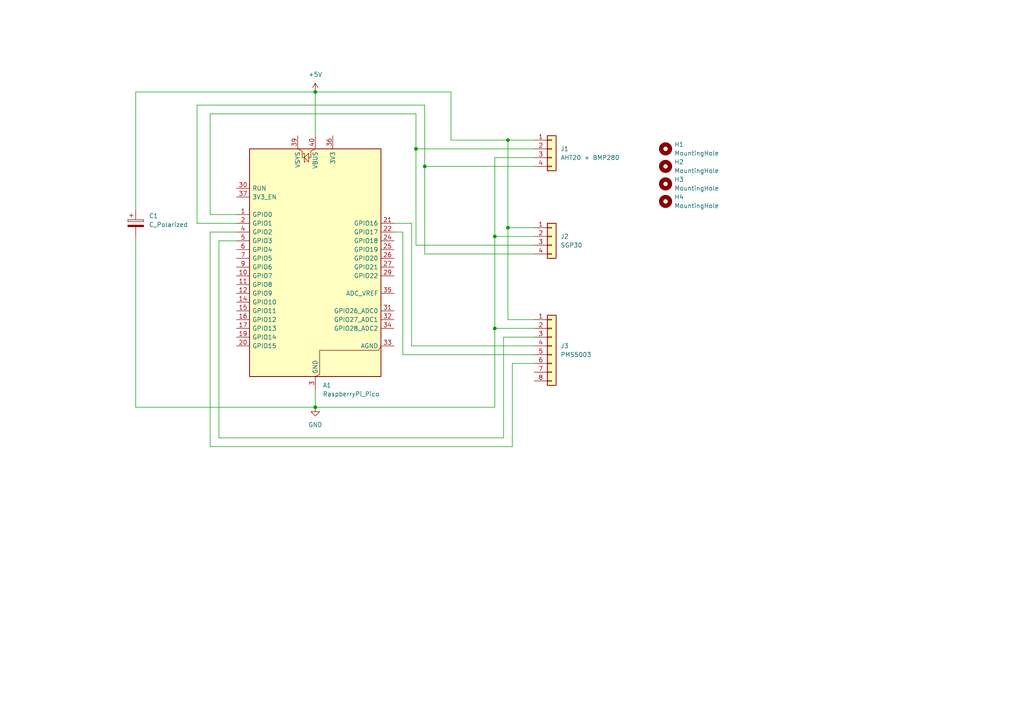
<source format=kicad_sch>
(kicad_sch (version 20250114) (generator "eeschema") (generator_version "9.0")
  (paper "A4")
  (lib_symbols
    (symbol "Conn_01x04_1" (pin_names (offset 1.016) (hide yes))
      (property "Reference" "J" (at 0 5.08 0))
      (property "Value" "Conn_01x04" (at 0 -7.62 0))
      (symbol "Conn_01x04_1_1_1"
        (rectangle (start -1.27 3.81) (end 1.27 -6.35) (stroke (width 0.254)) (fill (type background)))
        (rectangle (start -1.27 2.667) (end 0 2.413) (stroke (width 0.1524)))
        (rectangle (start -1.27 0.127) (end 0 -0.127) (stroke (width 0.1524)))
        (rectangle (start -1.27 -2.413) (end 0 -2.667) (stroke (width 0.1524)))
        (rectangle (start -1.27 -4.953) (end 0 -5.207) (stroke (width 0.1524)))
        (pin passive line (at -5.08 2.54 0) (length 3.81) (name "Pin_1") (number "1"))
        (pin passive line (at -5.08 0 0) (length 3.81) (name "Pin_2") (number "2"))
        (pin passive line (at -5.08 -2.54 0) (length 3.81) (name "Pin_3") (number "3"))
        (pin passive line (at -5.08 -5.08 0) (length 3.81) (name "Pin_4") (number "4"))
      )
    )
    (symbol "Connector_Generic:Conn_01x04" (pin_names (offset 1.016) (hide yes))
      (property "Reference" "J" (at 0 5.08 0))
      (property "Value" "Conn_01x04" (at 0 -7.62 0))
      (symbol "Conn_01x04_1_1"
        (rectangle (start -1.27 3.81) (end 1.27 -6.35) (stroke (width 0.254)) (fill (type background)))
        (rectangle (start -1.27 2.667) (end 0 2.413) (stroke (width 0.1524)))
        (rectangle (start -1.27 0.127) (end 0 -0.127) (stroke (width 0.1524)))
        (rectangle (start -1.27 -2.413) (end 0 -2.667) (stroke (width 0.1524)))
        (rectangle (start -1.27 -4.953) (end 0 -5.207) (stroke (width 0.1524)))
        (pin passive line (at -5.08 2.54 0) (length 3.81) (name "Pin_1") (number "1"))
        (pin passive line (at -5.08 0 0) (length 3.81) (name "Pin_2") (number "2"))
        (pin passive line (at -5.08 -2.54 0) (length 3.81) (name "Pin_3") (number "3"))
        (pin passive line (at -5.08 -5.08 0) (length 3.81) (name "Pin_4") (number "4"))
      )
    )
    (symbol "Connector_Generic:Conn_01x08" (pin_names (offset 1.016) (hide yes))
      (property "Reference" "J" (at 0 10.16 0))
      (property "Value" "Conn_01x08" (at 0 -12.7 0))
      (symbol "Conn_01x08_1_1"
        (rectangle (start -1.27 8.89) (end 1.27 -11.43) (stroke (width 0.254)) (fill (type background)))
        (rectangle (start -1.27 7.747) (end 0 7.493) (stroke (width 0.1524)))
        (rectangle (start -1.27 5.207) (end 0 4.953) (stroke (width 0.1524)))
        (rectangle (start -1.27 2.667) (end 0 2.413) (stroke (width 0.1524)))
        (rectangle (start -1.27 0.127) (end 0 -0.127) (stroke (width 0.1524)))
        (rectangle (start -1.27 -2.413) (end 0 -2.667) (stroke (width 0.1524)))
        (rectangle (start -1.27 -4.953) (end 0 -5.207) (stroke (width 0.1524)))
        (rectangle (start -1.27 -7.493) (end 0 -7.747) (stroke (width 0.1524)))
        (rectangle (start -1.27 -10.033) (end 0 -10.287) (stroke (width 0.1524)))
        (pin passive line (at -5.08 7.62 0) (length 3.81) (name "Pin_1") (number "1"))
        (pin passive line (at -5.08 5.08 0) (length 3.81) (name "Pin_2") (number "2"))
        (pin passive line (at -5.08 2.54 0) (length 3.81) (name "Pin_3") (number "3"))
        (pin passive line (at -5.08 0 0) (length 3.81) (name "Pin_4") (number "4"))
        (pin passive line (at -5.08 -2.54 0) (length 3.81) (name "Pin_5") (number "5"))
        (pin passive line (at -5.08 -5.08 0) (length 3.81) (name "Pin_6") (number "6"))
        (pin passive line (at -5.08 -7.62 0) (length 3.81) (name "Pin_7") (number "7"))
        (pin passive line (at -5.08 -10.16 0) (length 3.81) (name "Pin_8") (number "8"))
      )
    )
    (symbol "Device:C_Polarized" (pin_numbers (hide yes)) (pin_names (offset 0.254))
      (property "Reference" "C" (at 0.635 2.54 0))
      (property "Value" "C_Polarized" (at 0.635 -2.54 0))
      (symbol "C_Polarized_0_1"
        (rectangle (start -2.286 0.508) (end 2.286 1.016))
        (polyline (pts (xy -1.778 2.286) (xy -0.762 2.286)))
        (polyline (pts (xy -1.27 2.794) (xy -1.27 1.778)))
        (rectangle (start 2.286 -0.508) (end -2.286 -1.016) (fill (type outline)))
      )
      (symbol "C_Polarized_1_1"
        (pin passive line (at 0 3.81 270) (length 2.794) (name "~") (number "1"))
        (pin passive line (at 0 -3.81 90) (length 2.794) (name "~") (number "2"))
      )
    )
    (symbol "MCU_Module:RaspberryPi_Pico" (pin_names (offset 0.762))
      (property "Reference" "A" (at -19.05 35.56 0))
      (property "Value" "RaspberryPi_Pico" (at 7.62 35.56 0))
      (symbol "RaspberryPi_Pico_0_1"
        (rectangle (start -19.05 34.29) (end 19.05 -31.75) (stroke (width 0.254)) (fill (type background)))
        (polyline (pts (xy -5.08 34.29) (xy -3.81 33.655) (xy -3.81 31.75) (xy -3.175 31.75)))
        (polyline (pts (xy -3.429 32.766) (xy -3.429 33.02) (xy -3.175 33.02) (xy -3.175 30.48) (xy -2.921 30.48) (xy -2.921 30.734)))
        (polyline (pts (xy -3.175 31.75) (xy -1.905 33.02) (xy -1.905 30.48) (xy -3.175 31.75)))
        (polyline (pts (xy 0 34.29) (xy -1.27 33.655) (xy -1.27 31.75) (xy -1.905 31.75)))
        (polyline (pts (xy 0 -31.75) (xy 1.27 -31.115) (xy 1.27 -24.13) (xy 18.415 -24.13) (xy 19.05 -22.86)))
      )
      (symbol "RaspberryPi_Pico_1_1"
        (pin passive line (at -22.86 22.86 0) (length 3.81) (name "RUN") (number "30"))
        (pin passive line (at -22.86 20.32 0) (length 3.81) (name "3V3_EN") (number "37"))
        (pin bidirectional line (at -22.86 15.24 0) (length 3.81) (name "GPIO0") (number "1"))
        (pin bidirectional line (at -22.86 12.7 0) (length 3.81) (name "GPIO1") (number "2"))
        (pin bidirectional line (at -22.86 10.16 0) (length 3.81) (name "GPIO2") (number "4"))
        (pin bidirectional line (at -22.86 7.62 0) (length 3.81) (name "GPIO3") (number "5"))
        (pin bidirectional line (at -22.86 5.08 0) (length 3.81) (name "GPIO4") (number "6"))
        (pin bidirectional line (at -22.86 2.54 0) (length 3.81) (name "GPIO5") (number "7"))
        (pin bidirectional line (at -22.86 0 0) (length 3.81) (name "GPIO6") (number "9"))
        (pin bidirectional line (at -22.86 -2.54 0) (length 3.81) (name "GPIO7") (number "10"))
        (pin bidirectional line (at -22.86 -5.08 0) (length 3.81) (name "GPIO8") (number "11"))
        (pin bidirectional line (at -22.86 -7.62 0) (length 3.81) (name "GPIO9") (number "12"))
        (pin bidirectional line (at -22.86 -10.16 0) (length 3.81) (name "GPIO10") (number "14"))
        (pin bidirectional line (at -22.86 -12.7 0) (length 3.81) (name "GPIO11") (number "15"))
        (pin bidirectional line (at -22.86 -15.24 0) (length 3.81) (name "GPIO12") (number "16"))
        (pin bidirectional line (at -22.86 -17.78 0) (length 3.81) (name "GPIO13") (number "17"))
        (pin bidirectional line (at -22.86 -20.32 0) (length 3.81) (name "GPIO14") (number "19"))
        (pin bidirectional line (at -22.86 -22.86 0) (length 3.81) (name "GPIO15") (number "20"))
        (pin power_in line (at -5.08 38.1 270) (length 3.81) (name "VSYS") (number "39"))
        (pin power_out line (at 0 38.1 270) (length 3.81) (name "VBUS") (number "40"))
        (pin passive line (at 0 -35.56 90) (length 3.81) (hide yes) (name "GND") (number "13"))
        (pin passive line (at 0 -35.56 90) (length 3.81) (hide yes) (name "GND") (number "18"))
        (pin passive line (at 0 -35.56 90) (length 3.81) (hide yes) (name "GND") (number "23"))
        (pin passive line (at 0 -35.56 90) (length 3.81) (hide yes) (name "GND") (number "28"))
        (pin power_out line (at 0 -35.56 90) (length 3.81) (name "GND") (number "3"))
        (pin passive line (at 0 -35.56 90) (length 3.81) (hide yes) (name "GND") (number "38"))
        (pin passive line (at 0 -35.56 90) (length 3.81) (hide yes) (name "GND") (number "8"))
        (pin power_out line (at 5.08 38.1 270) (length 3.81) (name "3V3") (number "36"))
        (pin bidirectional line (at 22.86 12.7 180) (length 3.81) (name "GPIO16") (number "21"))
        (pin bidirectional line (at 22.86 10.16 180) (length 3.81) (name "GPIO17") (number "22"))
        (pin bidirectional line (at 22.86 7.62 180) (length 3.81) (name "GPIO18") (number "24"))
        (pin bidirectional line (at 22.86 5.08 180) (length 3.81) (name "GPIO19") (number "25"))
        (pin bidirectional line (at 22.86 2.54 180) (length 3.81) (name "GPIO20") (number "26"))
        (pin bidirectional line (at 22.86 0 180) (length 3.81) (name "GPIO21") (number "27"))
        (pin bidirectional line (at 22.86 -2.54 180) (length 3.81) (name "GPIO22") (number "29"))
        (pin power_in line (at 22.86 -7.62 180) (length 3.81) (name "ADC_VREF") (number "35"))
        (pin bidirectional line (at 22.86 -12.7 180) (length 3.81) (name "GPIO26_ADC0") (number "31"))
        (pin bidirectional line (at 22.86 -15.24 180) (length 3.81) (name "GPIO27_ADC1") (number "32"))
        (pin bidirectional line (at 22.86 -17.78 180) (length 3.81) (name "GPIO28_ADC2") (number "34"))
        (pin power_out line (at 22.86 -22.86 180) (length 3.81) (name "AGND") (number "33"))
      )
    )
    (symbol "Mechanical:MountingHole" (pin_names (offset 1.016)) (in_bom no)
      (property "Reference" "H" (at 0 5.08 0))
      (property "Value" "MountingHole" (at 0 3.175 0))
      (symbol "MountingHole_0_1"
        (circle (center 0 0) (radius 1.27) (stroke (width 1.27)))
      )
    )
    (symbol "power:+5V" (power) (pin_numbers (hide yes)) (pin_names (offset 0) (hide yes))
      (property "Value" "+5V" (at 0 3.556 0))
      (symbol "+5V_0_1"
        (polyline (pts (xy -0.762 1.27) (xy 0 2.54)))
        (polyline (pts (xy 0 2.54) (xy 0.762 1.27)))
        (polyline (pts (xy 0 0) (xy 0 2.54)))
      )
      (symbol "+5V_1_1"
        (pin power_in line (at 0 0 90) (length 0) (name "~") (number "1"))
      )
    )
    (symbol "power:GND" (power) (pin_numbers (hide yes)) (pin_names (offset 0) (hide yes))
      (property "Value" "GND" (at 0 -3.81 0))
      (symbol "GND_0_1"
        (polyline (pts (xy 0 0) (xy 0 -1.27) (xy 1.27 -1.27) (xy 0 -2.54) (xy -1.27 -1.27) (xy 0 -1.27)))
      )
      (symbol "GND_1_1"
        (pin power_in line (at 0 0 270) (length 0) (name "~") (number "1"))
      )
    )
  )
  (junction (at 91.44 118.11))
  (junction (at 143.51 68.58))
  (junction (at 120.65 43.18))
  (junction (at 91.44 26.67))
  (junction (at 143.51 95.25))
  (junction (at 147.32 40.64))
  (junction (at 123.19 48.26))
  (junction (at 147.32 66.04))
  (wire (pts (xy 91.44 118.11) (xy 143.51 118.11)))
  (wire (pts (xy 143.51 45.72) (xy 154.94 45.72)))
  (wire (pts (xy 154.94 40.64) (xy 147.32 40.64)))
  (wire (pts (xy 143.51 95.25) (xy 154.94 95.25)))
  (wire (pts (xy 119.38 100.33) (xy 119.38 64.77)))
  (wire (pts (xy 60.96 33.02) (xy 120.65 33.02)))
  (wire (pts (xy 146.05 97.79) (xy 154.94 97.79)))
  (wire (pts (xy 148.59 105.41) (xy 148.59 129.54)))
  (wire (pts (xy 119.38 64.77) (xy 114.3 64.77)))
  (wire (pts (xy 116.84 67.31) (xy 114.3 67.31)))
  (wire (pts (xy 63.5 69.85) (xy 63.5 127)))
  (wire (pts (xy 39.37 26.67) (xy 39.37 60.96)))
  (wire (pts (xy 147.32 40.64) (xy 130.81 40.64)))
  (wire (pts (xy 91.44 26.67) (xy 91.44 39.37)))
  (wire (pts (xy 143.51 95.25) (xy 143.51 68.58)))
  (wire (pts (xy 148.59 129.54) (xy 60.96 129.54)))
  (wire (pts (xy 123.19 30.48) (xy 57.15 30.48)))
  (wire (pts (xy 68.58 62.23) (xy 60.96 62.23)))
  (wire (pts (xy 147.32 92.71) (xy 147.32 66.04)))
  (wire (pts (xy 143.51 118.11) (xy 143.51 95.25)))
  (wire (pts (xy 120.65 71.12) (xy 120.65 43.18)))
  (wire (pts (xy 154.94 105.41) (xy 148.59 105.41)))
  (wire (pts (xy 39.37 118.11) (xy 39.37 68.58)))
  (wire (pts (xy 120.65 33.02) (xy 120.65 43.18)))
  (wire (pts (xy 154.94 71.12) (xy 120.65 71.12)))
  (wire (pts (xy 91.44 118.11) (xy 91.44 113.03)))
  (wire (pts (xy 123.19 73.66) (xy 123.19 48.26)))
  (wire (pts (xy 154.94 66.04) (xy 147.32 66.04)))
  (wire (pts (xy 116.84 102.87) (xy 116.84 67.31)))
  (wire (pts (xy 130.81 26.67) (xy 91.44 26.67)))
  (wire (pts (xy 60.96 62.23) (xy 60.96 33.02)))
  (wire (pts (xy 154.94 92.71) (xy 147.32 92.71)))
  (wire (pts (xy 123.19 48.26) (xy 154.94 48.26)))
  (wire (pts (xy 120.65 43.18) (xy 154.94 43.18)))
  (wire (pts (xy 60.96 129.54) (xy 60.96 67.31)))
  (wire (pts (xy 154.94 102.87) (xy 116.84 102.87)))
  (wire (pts (xy 68.58 69.85) (xy 63.5 69.85)))
  (wire (pts (xy 154.94 73.66) (xy 123.19 73.66)))
  (wire (pts (xy 57.15 30.48) (xy 57.15 64.77)))
  (wire (pts (xy 60.96 67.31) (xy 68.58 67.31)))
  (wire (pts (xy 123.19 48.26) (xy 123.19 30.48)))
  (wire (pts (xy 130.81 26.67) (xy 130.81 40.64)))
  (wire (pts (xy 91.44 118.11) (xy 39.37 118.11)))
  (wire (pts (xy 147.32 40.64) (xy 147.32 66.04)))
  (wire (pts (xy 146.05 127) (xy 146.05 97.79)))
  (wire (pts (xy 57.15 64.77) (xy 68.58 64.77)))
  (wire (pts (xy 119.38 100.33) (xy 154.94 100.33)))
  (wire (pts (xy 143.51 68.58) (xy 154.94 68.58)))
  (wire (pts (xy 143.51 68.58) (xy 143.51 45.72)))
  (wire (pts (xy 91.44 26.67) (xy 39.37 26.67)))
  (wire (pts (xy 63.5 127) (xy 146.05 127)))
  (symbol (lib_id "power:+5V") (at 91.44 26.67 0) (unit 1)
    (property "Reference" "#PWR02" (effects (hide yes)))
    (property "Value" "+5V" (at 91.44 21.59 0))
    (property "Description" "Power symbol creates a global label with name \"+5V\"" (effects (hide yes)))
  )
  (symbol (lib_id "MCU_Module:RaspberryPi_Pico") (at 91.44 77.47 0) (unit 1)
    (property "Reference" "A1" (at 93.5833 111.76 0) (effects (justify left)))
    (property "Value" "RaspberryPi_Pico" (at 93.5833 114.3 0) (effects (justify left)))
    (property "Footprint" "Module:RaspberryPi_Pico_Common_Unspecified" (effects (hide yes)))
    (property "Datasheet" "https://datasheets.raspberrypi.com/pico/pico-datasheet.pdf" (effects (hide yes)))
    (property "Description" "Versatile and inexpensive microcontroller module powered by RP2040 dual-core Arm Cortex-M0+ processor up to 133 MHz, 264kB SRAM, 2MB QSPI flash; also supports Raspberry Pi Pico 2" (effects (hide yes)))
  )
  (symbol (lib_name "Conn_01x04_1") (lib_id "Connector_Generic:Conn_01x04") (at 160.02 68.58 0) (unit 1)
    (property "Reference" "J2" (at 162.56 68.5799 0) (effects (justify left)))
    (property "Value" "SGP30" (at 162.56 71.1199 0) (effects (justify left)))
    (property "Footprint" "My_Library:SGP30" (effects (hide yes)))
    (property "Description" "Generic connector, single row, 01x04, script generated (kicad-library-utils/schlib/autogen/connector/)" (effects (hide yes)))
  )
  (symbol (lib_id "Mechanical:MountingHole") (at 193.04 43.18 0) (unit 1) (in_bom no)
    (property "Reference" "H1" (at 195.58 41.9099 0) (effects (justify left)))
    (property "Value" "MountingHole" (at 195.58 44.4499 0) (effects (justify left)))
    (property "Footprint" "MountingHole:MountingHole_3.2mm_M3_DIN965_Pad_TopBottom" (effects (hide yes)))
    (property "Description" "Mounting Hole without connection" (effects (hide yes)))
  )
  (symbol (lib_id "Device:C_Polarized") (at 39.37 64.77 0) (unit 1)
    (property "Reference" "C1" (at 43.18 62.6109 0) (effects (justify left)))
    (property "Value" "C_Polarized" (at 43.18 65.1509 0) (effects (justify left)))
    (property "Footprint" "Capacitor_THT:CP_Radial_D5.0mm_P2.00mm" (effects (hide yes)))
    (property "Description" "Polarized capacitor" (effects (hide yes)))
  )
  (symbol (lib_id "Mechanical:MountingHole") (at 193.04 48.26 0) (unit 1) (in_bom no)
    (property "Reference" "H2" (at 195.58 46.9899 0) (effects (justify left)))
    (property "Value" "MountingHole" (at 195.58 49.5299 0) (effects (justify left)))
    (property "Footprint" "MountingHole:MountingHole_3.2mm_M3_DIN965_Pad_TopBottom" (effects (hide yes)))
    (property "Description" "Mounting Hole without connection" (effects (hide yes)))
  )
  (symbol (lib_id "Mechanical:MountingHole") (at 193.04 58.42 0) (unit 1) (in_bom no)
    (property "Reference" "H4" (at 195.58 57.1499 0) (effects (justify left)))
    (property "Value" "MountingHole" (at 195.58 59.6899 0) (effects (justify left)))
    (property "Footprint" "MountingHole:MountingHole_3.2mm_M3_DIN965_Pad_TopBottom" (effects (hide yes)))
    (property "Description" "Mounting Hole without connection" (effects (hide yes)))
  )
  (symbol (lib_id "Connector_Generic:Conn_01x04") (at 160.02 43.18 0) (unit 1)
    (property "Reference" "J1" (at 162.56 43.1799 0) (effects (justify left)))
    (property "Value" "AHT20 + BMP280" (at 162.56 45.7199 0) (effects (justify left)))
    (property "Footprint" "My_Library:AHT20 + BMP280" (effects (hide yes)))
    (property "Description" "Generic connector, single row, 01x04, script generated (kicad-library-utils/schlib/autogen/connector/)" (effects (hide yes)))
  )
  (symbol (lib_id "Mechanical:MountingHole") (at 193.04 53.34 0) (unit 1) (in_bom no)
    (property "Reference" "H3" (at 195.58 52.0699 0) (effects (justify left)))
    (property "Value" "MountingHole" (at 195.58 54.6099 0) (effects (justify left)))
    (property "Footprint" "MountingHole:MountingHole_3.2mm_M3_DIN965_Pad_TopBottom" (effects (hide yes)))
    (property "Description" "Mounting Hole without connection" (effects (hide yes)))
  )
  (symbol (lib_id "Connector_Generic:Conn_01x08") (at 160.02 100.33 0) (unit 1)
    (property "Reference" "J3" (at 162.56 100.3299 0) (effects (justify left)))
    (property "Value" "PMS5003" (at 162.56 102.8699 0) (effects (justify left)))
    (property "Footprint" "My_Library:PMS5003" (effects (hide yes)))
    (property "Description" "Generic connector, single row, 01x08, script generated (kicad-library-utils/schlib/autogen/connector/)" (effects (hide yes)))
  )
  (symbol (lib_id "power:GND") (at 91.44 118.11 0) (unit 1)
    (property "Reference" "#PWR01" (effects (hide yes)))
    (property "Value" "GND" (at 91.44 123.19 0))
    (property "Description" "Power symbol creates a global label with name \"GND\" , ground" (effects (hide yes)))
  )
)
</source>
